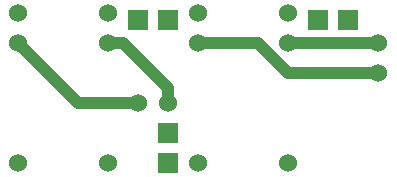
<source format=gbl>
G04 #@! TF.GenerationSoftware,KiCad,Pcbnew,(5.1.6)-1*
G04 #@! TF.CreationDate,2020-05-31T11:46:44+09:00*
G04 #@! TF.ProjectId,AND,414e442e-6b69-4636-9164-5f7063625858,rev?*
G04 #@! TF.SameCoordinates,Original*
G04 #@! TF.FileFunction,Copper,L2,Bot*
G04 #@! TF.FilePolarity,Positive*
%FSLAX46Y46*%
G04 Gerber Fmt 4.6, Leading zero omitted, Abs format (unit mm)*
G04 Created by KiCad (PCBNEW (5.1.6)-1) date 2020-05-31 11:46:44*
%MOMM*%
%LPD*%
G01*
G04 APERTURE LIST*
G04 #@! TA.AperFunction,ComponentPad*
%ADD10C,1.524000*%
G04 #@! TD*
G04 #@! TA.AperFunction,ComponentPad*
%ADD11R,1.700000X1.700000*%
G04 #@! TD*
G04 #@! TA.AperFunction,Conductor*
%ADD12C,1.000000*%
G04 #@! TD*
G04 APERTURE END LIST*
D10*
X139700000Y-81280000D03*
X142240000Y-81280000D03*
X160020000Y-78740000D03*
X160020000Y-76200000D03*
D11*
X142240000Y-83820000D03*
X142240000Y-86360000D03*
X157480000Y-74260000D03*
X154940000Y-74260000D03*
X142240000Y-74260000D03*
X139700000Y-74260000D03*
D10*
X144780000Y-73660000D03*
X152400000Y-73660000D03*
X152400000Y-76200000D03*
X144780000Y-76200000D03*
X144780000Y-86360000D03*
X152400000Y-86360000D03*
X129540000Y-73660000D03*
X137160000Y-73660000D03*
X137160000Y-76200000D03*
X129540000Y-76200000D03*
X129540000Y-86360000D03*
X137160000Y-86360000D03*
D12*
X160020000Y-76200000D02*
X152400000Y-76200000D01*
X160020000Y-78740000D02*
X152400000Y-78740000D01*
X152400000Y-78740000D02*
X149860000Y-76200000D01*
X149860000Y-76200000D02*
X144780000Y-76200000D01*
X142240000Y-81280000D02*
X142240000Y-80010000D01*
X138430000Y-76200000D02*
X137160000Y-76200000D01*
X142240000Y-80010000D02*
X138430000Y-76200000D01*
X134620000Y-81280000D02*
X129540000Y-76200000D01*
X139700000Y-81280000D02*
X134620000Y-81280000D01*
M02*

</source>
